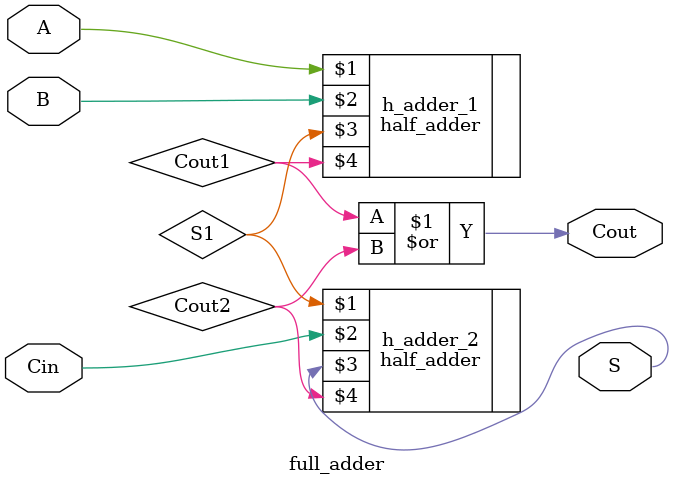
<source format=v>
`timescale 1ns/10ps

module full_adder(
    input A, B, Cin,
    output S, Cout
);
    wire S1, Cout1, Cout2;

    half_adder h_adder_1(A, B, S1, Cout1);
    half_adder h_adder_2(S1, Cin, S, Cout2);

    or(Cout, Cout1, Cout2);

endmodule

</source>
